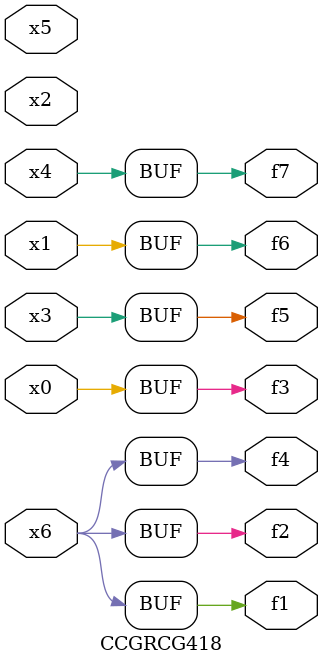
<source format=v>
module CCGRCG418(
	input x0, x1, x2, x3, x4, x5, x6,
	output f1, f2, f3, f4, f5, f6, f7
);
	assign f1 = x6;
	assign f2 = x6;
	assign f3 = x0;
	assign f4 = x6;
	assign f5 = x3;
	assign f6 = x1;
	assign f7 = x4;
endmodule

</source>
